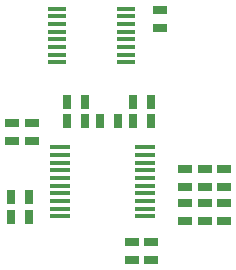
<source format=gbr>
G04 #@! TF.GenerationSoftware,KiCad,Pcbnew,5.0.2+dfsg1-1*
G04 #@! TF.CreationDate,2019-05-06T01:44:38+03:00*
G04 #@! TF.ProjectId,cps1_adapter,63707331-5f61-4646-9170-7465722e6b69,rev?*
G04 #@! TF.SameCoordinates,Original*
G04 #@! TF.FileFunction,Paste,Top*
G04 #@! TF.FilePolarity,Positive*
%FSLAX46Y46*%
G04 Gerber Fmt 4.6, Leading zero omitted, Abs format (unit mm)*
G04 Created by KiCad (PCBNEW 5.0.2+dfsg1-1) date 2019-05-06T01:44:38 EEST*
%MOMM*%
%LPD*%
G01*
G04 APERTURE LIST*
%ADD10R,1.143000X0.635000*%
%ADD11R,1.750000X0.450000*%
%ADD12R,1.500000X0.450000*%
%ADD13R,0.635000X1.143000*%
G04 APERTURE END LIST*
D10*
G04 #@! TO.C,R7*
X61970000Y-74982000D03*
X61970000Y-73458000D03*
G04 #@! TD*
D11*
G04 #@! TO.C,U2*
X49750000Y-68755000D03*
X49750000Y-69405000D03*
X49750000Y-70055000D03*
X49750000Y-70705000D03*
X49750000Y-71355000D03*
X49750000Y-72005000D03*
X49750000Y-72655000D03*
X49750000Y-73305000D03*
X49750000Y-73955000D03*
X49750000Y-74605000D03*
X56950000Y-74605000D03*
X56950000Y-73955000D03*
X56950000Y-73305000D03*
X56950000Y-72655000D03*
X56950000Y-72005000D03*
X56950000Y-71355000D03*
X56950000Y-70705000D03*
X56950000Y-70055000D03*
X56950000Y-69405000D03*
X56950000Y-68755000D03*
G04 #@! TD*
D12*
G04 #@! TO.C,U1*
X49440000Y-57005000D03*
X49440000Y-57655000D03*
X49440000Y-58305000D03*
X49440000Y-58955000D03*
X49440000Y-59605000D03*
X49440000Y-60255000D03*
X49440000Y-60905000D03*
X49440000Y-61555000D03*
X55340000Y-61555000D03*
X55340000Y-60905000D03*
X55340000Y-60255000D03*
X55340000Y-59605000D03*
X55340000Y-58955000D03*
X55340000Y-58305000D03*
X55340000Y-57655000D03*
X55340000Y-57005000D03*
G04 #@! TD*
D13*
G04 #@! TO.C,C2*
X51852000Y-64900000D03*
X50328000Y-64900000D03*
G04 #@! TD*
G04 #@! TO.C,C3*
X45588000Y-74610000D03*
X47112000Y-74610000D03*
G04 #@! TD*
G04 #@! TO.C,C4*
X47122000Y-72980000D03*
X45598000Y-72980000D03*
G04 #@! TD*
D10*
G04 #@! TO.C,C5*
X57410000Y-76748000D03*
X57410000Y-78272000D03*
G04 #@! TD*
D13*
G04 #@! TO.C,C11*
X55938000Y-66530000D03*
X57462000Y-66530000D03*
G04 #@! TD*
G04 #@! TO.C,C10*
X57452000Y-64900000D03*
X55928000Y-64900000D03*
G04 #@! TD*
D10*
G04 #@! TO.C,C9*
X63610000Y-73458000D03*
X63610000Y-74982000D03*
G04 #@! TD*
G04 #@! TO.C,C8*
X63600000Y-72142000D03*
X63600000Y-70618000D03*
G04 #@! TD*
G04 #@! TO.C,C7*
X55780000Y-76748000D03*
X55780000Y-78272000D03*
G04 #@! TD*
G04 #@! TO.C,C6*
X58230000Y-58652000D03*
X58230000Y-57128000D03*
G04 #@! TD*
D13*
G04 #@! TO.C,C1*
X51852000Y-66530000D03*
X50328000Y-66530000D03*
G04 #@! TD*
D10*
G04 #@! TO.C,R6*
X61970000Y-70618000D03*
X61970000Y-72142000D03*
G04 #@! TD*
D13*
G04 #@! TO.C,R4*
X53138000Y-66540000D03*
X54662000Y-66540000D03*
G04 #@! TD*
D10*
G04 #@! TO.C,R3*
X60320000Y-72142000D03*
X60320000Y-70618000D03*
G04 #@! TD*
G04 #@! TO.C,R2*
X47310000Y-68242000D03*
X47310000Y-66718000D03*
G04 #@! TD*
G04 #@! TO.C,R1*
X45690000Y-68242000D03*
X45690000Y-66718000D03*
G04 #@! TD*
G04 #@! TO.C,R5*
X60330000Y-73458000D03*
X60330000Y-74982000D03*
G04 #@! TD*
M02*

</source>
